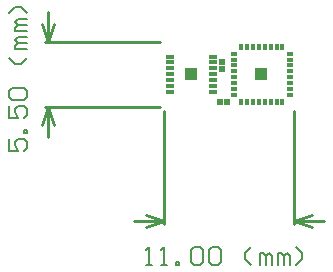
<source format=gts>
%FSLAX44Y44*%
%MOMM*%
G71*
G01*
G75*
G04 Layer_Color=8388736*
%ADD10R,0.7000X0.2800*%
%ADD11R,1.0000X1.0000*%
%ADD12R,0.4000X0.4000*%
%ADD13R,0.4000X0.4000*%
%ADD14R,0.5000X0.2500*%
%ADD15R,0.2500X0.5000*%
%ADD16C,0.1100*%
%ADD17C,0.1700*%
%ADD18C,0.1400*%
%ADD19C,0.2540*%
%ADD20C,0.1524*%
%ADD21C,0.3500*%
%ADD22R,1.5000X0.6000*%
%ADD23R,1.0000X1.0000*%
%ADD24R,0.7000X0.4000*%
%ADD25R,0.6000X0.4000*%
%ADD26R,1.0000X0.7000*%
%ADD27C,0.2000*%
%ADD28C,0.2500*%
%ADD29C,0.1500*%
%ADD30C,0.1000*%
%ADD31R,0.8000X0.3800*%
%ADD32R,1.1000X1.1000*%
%ADD33R,0.5000X0.5000*%
%ADD34R,0.5000X0.5000*%
%ADD35R,0.6000X0.3500*%
%ADD36R,0.3500X0.6000*%
D19*
X419360Y845500D02*
X516260D01*
X419360Y790500D02*
X516260D01*
X421900Y765100D02*
Y790500D01*
Y845500D02*
Y870900D01*
X416820Y775260D02*
X421900Y790500D01*
X426980Y775260D01*
X421900Y845500D02*
X426980Y860740D01*
X416820D02*
X421900Y845500D01*
X630000Y690880D02*
Y786760D01*
X520000Y690880D02*
Y786760D01*
X494600Y693420D02*
X520000D01*
X630000D02*
X655400D01*
X504760Y698500D02*
X520000Y693420D01*
X504760Y688340D02*
X520000Y693420D01*
X630000D02*
X645240Y688340D01*
X630000Y693420D02*
X645240Y698500D01*
D20*
X388382Y763152D02*
Y752996D01*
X395999D01*
X393460Y758074D01*
Y760613D01*
X395999Y763152D01*
X401078D01*
X403617Y760613D01*
Y755535D01*
X401078Y752996D01*
X403617Y768231D02*
X401078D01*
Y770770D01*
X403617D01*
Y768231D01*
X388382Y791083D02*
Y780927D01*
X395999D01*
X393460Y786005D01*
Y788544D01*
X395999Y791083D01*
X401078D01*
X403617Y788544D01*
Y783466D01*
X401078Y780927D01*
X390921Y796162D02*
X388382Y798701D01*
Y803779D01*
X390921Y806318D01*
X401078D01*
X403617Y803779D01*
Y798701D01*
X401078Y796162D01*
X390921D01*
X403617Y831710D02*
X398539Y826632D01*
X393460D01*
X388382Y831710D01*
X403617Y839328D02*
X393460D01*
Y841867D01*
X395999Y844406D01*
X403617D01*
X395999D01*
X393460Y846945D01*
X395999Y849484D01*
X403617D01*
Y854563D02*
X393460D01*
Y857102D01*
X395999Y859641D01*
X403617D01*
X395999D01*
X393460Y862180D01*
X395999Y864719D01*
X403617D01*
Y869798D02*
X398539Y874876D01*
X393460D01*
X388382Y869798D01*
X504917Y656854D02*
X509996D01*
X507457D01*
Y672089D01*
X504917Y669550D01*
X517613Y656854D02*
X522692D01*
X520153D01*
Y672089D01*
X517613Y669550D01*
X530309Y656854D02*
Y659393D01*
X532848D01*
Y656854D01*
X530309D01*
X543005Y669550D02*
X545544Y672089D01*
X550623D01*
X553162Y669550D01*
Y659393D01*
X550623Y656854D01*
X545544D01*
X543005Y659393D01*
Y669550D01*
X558240D02*
X560779Y672089D01*
X565858D01*
X568397Y669550D01*
Y659393D01*
X565858Y656854D01*
X560779D01*
X558240Y659393D01*
Y669550D01*
X593789Y656854D02*
X588710Y661932D01*
Y667011D01*
X593789Y672089D01*
X601406Y656854D02*
Y667011D01*
X603945D01*
X606485Y664471D01*
Y656854D01*
Y664471D01*
X609024Y667011D01*
X611563Y664471D01*
Y656854D01*
X616641D02*
Y667011D01*
X619180D01*
X621720Y664471D01*
Y656854D01*
Y664471D01*
X624259Y667011D01*
X626798Y664471D01*
Y656854D01*
X631876D02*
X636955Y661932D01*
Y667011D01*
X631876Y672089D01*
D31*
X561000Y833000D02*
D03*
Y828000D02*
D03*
Y823000D02*
D03*
Y818000D02*
D03*
Y813000D02*
D03*
Y808000D02*
D03*
Y803000D02*
D03*
X525000D02*
D03*
Y808000D02*
D03*
Y813000D02*
D03*
Y818000D02*
D03*
Y823000D02*
D03*
Y828000D02*
D03*
Y833000D02*
D03*
D32*
X543000Y818000D02*
D03*
X602260Y817930D02*
D03*
D33*
X568501Y822502D02*
D03*
Y828502D02*
D03*
D34*
X573501Y794500D02*
D03*
X567501D02*
D03*
D35*
X626000Y835500D02*
D03*
Y830500D02*
D03*
Y825500D02*
D03*
Y820500D02*
D03*
Y815500D02*
D03*
Y810500D02*
D03*
Y805500D02*
D03*
Y800500D02*
D03*
X579000D02*
D03*
Y805500D02*
D03*
Y810500D02*
D03*
Y815500D02*
D03*
Y820500D02*
D03*
Y825500D02*
D03*
Y830500D02*
D03*
Y835500D02*
D03*
D36*
X620000Y794500D02*
D03*
X615000D02*
D03*
X610000D02*
D03*
X605000D02*
D03*
X600000D02*
D03*
X595000D02*
D03*
X590000D02*
D03*
X585000D02*
D03*
Y841500D02*
D03*
X590000D02*
D03*
X595000D02*
D03*
X600000D02*
D03*
X605000D02*
D03*
X610000D02*
D03*
X615000D02*
D03*
X620000D02*
D03*
M02*

</source>
